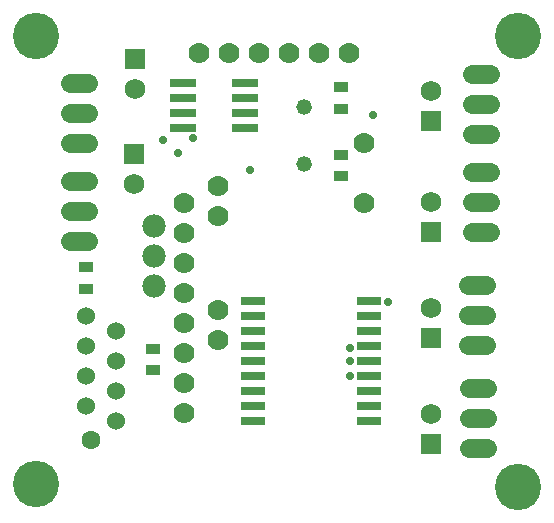
<source format=gts>
G75*
G70*
%OFA0B0*%
%FSLAX24Y24*%
%IPPOS*%
%LPD*%
%AMOC8*
5,1,8,0,0,1.08239X$1,22.5*
%
%ADD10R,0.0910X0.0280*%
%ADD11R,0.0512X0.0355*%
%ADD12C,0.0520*%
%ADD13R,0.0840X0.0300*%
%ADD14C,0.0640*%
%ADD15R,0.0690X0.0690*%
%ADD16C,0.0690*%
%ADD17C,0.0700*%
%ADD18C,0.0600*%
%ADD19C,0.0631*%
%ADD20C,0.0780*%
%ADD21C,0.0276*%
%ADD22C,0.1542*%
D10*
X007978Y013603D03*
X007978Y014103D03*
X007978Y014603D03*
X007978Y015103D03*
X010038Y015103D03*
X010038Y014603D03*
X010038Y014103D03*
X010038Y013603D03*
D11*
X013258Y014249D03*
X013258Y014958D03*
X013258Y012708D03*
X013258Y011999D03*
X006983Y006233D03*
X006983Y005524D03*
X004758Y008249D03*
X004758Y008958D03*
D12*
X012008Y012403D03*
X012008Y014303D03*
D13*
X010328Y007853D03*
X010328Y007353D03*
X010328Y006853D03*
X010328Y006353D03*
X010328Y005853D03*
X010328Y005353D03*
X010328Y004853D03*
X010328Y004353D03*
X010328Y003853D03*
X014188Y003853D03*
X014188Y004353D03*
X014188Y004853D03*
X014188Y005353D03*
X014188Y005853D03*
X014188Y006353D03*
X014188Y006853D03*
X014188Y007353D03*
X014188Y007853D03*
D14*
X017483Y007378D02*
X018083Y007378D01*
X018083Y006378D02*
X017483Y006378D01*
X017506Y004950D02*
X018106Y004950D01*
X018106Y003950D02*
X017506Y003950D01*
X017506Y002950D02*
X018106Y002950D01*
X018083Y008378D02*
X017483Y008378D01*
X017608Y010128D02*
X018208Y010128D01*
X018208Y011128D02*
X017608Y011128D01*
X017608Y012128D02*
X018208Y012128D01*
X018206Y013414D02*
X017606Y013414D01*
X017606Y014414D02*
X018206Y014414D01*
X018206Y015414D02*
X017606Y015414D01*
X004800Y015088D02*
X004200Y015088D01*
X004200Y014088D02*
X004800Y014088D01*
X004800Y013088D02*
X004200Y013088D01*
X004208Y011831D02*
X004808Y011831D01*
X004808Y010831D02*
X004208Y010831D01*
X004208Y009831D02*
X004808Y009831D01*
D15*
X006333Y012728D03*
X006383Y015903D03*
X016258Y013853D03*
X016258Y010153D03*
X016258Y006603D03*
X016258Y003078D03*
D16*
X016258Y004078D03*
X016258Y007603D03*
X016258Y011153D03*
X016258Y014853D03*
X006383Y014903D03*
X006333Y011728D03*
D17*
X008008Y011103D03*
X009133Y010666D03*
X008008Y010103D03*
X008008Y009103D03*
X008008Y008103D03*
X008008Y007103D03*
X009133Y007541D03*
X009133Y006541D03*
X008008Y006103D03*
X008008Y005103D03*
X008008Y004103D03*
X014008Y011103D03*
X014008Y013103D03*
X013508Y016103D03*
X012508Y016103D03*
X011508Y016103D03*
X010508Y016103D03*
X009508Y016103D03*
X008508Y016103D03*
X009133Y011666D03*
D18*
X004758Y007353D03*
X005758Y006853D03*
X004758Y006353D03*
X005758Y005853D03*
X004758Y005353D03*
X005758Y004853D03*
X004758Y004353D03*
X005758Y003853D03*
D19*
X004902Y003215D03*
D20*
X007008Y008353D03*
X007008Y009353D03*
X007008Y010353D03*
D21*
X007818Y012773D03*
X007320Y013219D03*
X008308Y013263D03*
X010198Y012213D03*
X014328Y014027D03*
X014818Y007803D03*
X013558Y006263D03*
X013558Y005843D03*
X013558Y005353D03*
D22*
X003091Y001721D03*
X019134Y001623D03*
X019134Y016682D03*
X003091Y016682D03*
M02*

</source>
